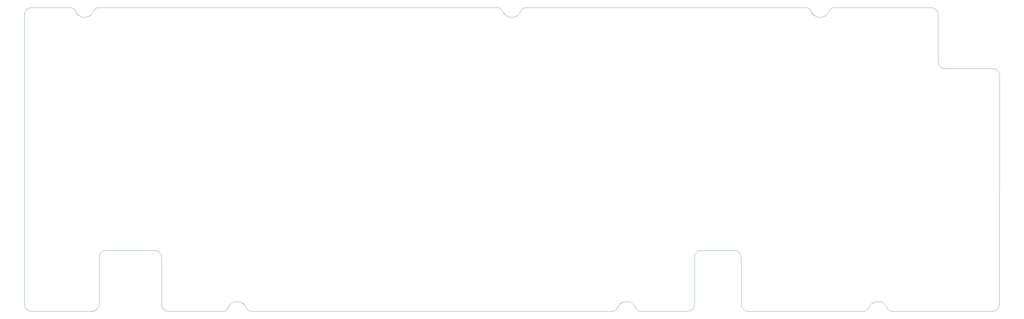
<source format=gbr>
G04 #@! TF.GenerationSoftware,KiCad,Pcbnew,(6.0.1)*
G04 #@! TF.CreationDate,2022-06-10T16:34:35-07:00*
G04 #@! TF.ProjectId,artemis-65,61727465-6d69-4732-9d36-352e6b696361,rev?*
G04 #@! TF.SameCoordinates,Original*
G04 #@! TF.FileFunction,Profile,NP*
%FSLAX46Y46*%
G04 Gerber Fmt 4.6, Leading zero omitted, Abs format (unit mm)*
G04 Created by KiCad (PCBNEW (6.0.1)) date 2022-06-10 16:34:35*
%MOMM*%
%LPD*%
G01*
G04 APERTURE LIST*
G04 #@! TA.AperFunction,Profile*
%ADD10C,0.050000*%
G04 #@! TD*
G04 APERTURE END LIST*
D10*
X193294000Y-111760000D02*
X208026000Y-111762223D01*
X24384000Y-109601000D02*
X24384000Y-94869000D01*
X305409600Y-109601000D02*
X305435000Y-38100000D01*
X70358000Y-110871000D02*
G75*
G03*
X64516000Y-110871000I-2921000J-889835D01*
G01*
X3177644Y-111757356D02*
X22225000Y-111760000D01*
X224790000Y-109601000D02*
G75*
G03*
X226949000Y-111760000I2158998J-2D01*
G01*
X24064631Y-16891000D02*
G75*
G03*
X22733000Y-17780000I1J-1441825D01*
G01*
X305435000Y-38100000D02*
G75*
G03*
X303276000Y-35941000I-2158998J2D01*
G01*
X226949000Y-111760000D02*
X263209369Y-111760000D01*
X71755000Y-111760000D02*
X184723369Y-111760000D01*
X43815000Y-94869000D02*
G75*
G03*
X41656000Y-92710000I-2158998J2D01*
G01*
X191897000Y-110871000D02*
G75*
G03*
X186055000Y-110871000I-2921000J-889835D01*
G01*
X22225000Y-111760000D02*
G75*
G03*
X24384000Y-109601000I2J2158998D01*
G01*
X184723369Y-111760000D02*
G75*
G03*
X186055000Y-110871000I-1J1441825D01*
G01*
X245110000Y-16891000D02*
X157414631Y-16891000D01*
X148844000Y-16891000D02*
X24064631Y-16891000D01*
X286257999Y-19050000D02*
G75*
G03*
X284099000Y-16888541I-2161461J-1D01*
G01*
X284099000Y-16888541D02*
X271714631Y-16886305D01*
X286260644Y-33779356D02*
X286258000Y-19050000D01*
X271714631Y-16886305D02*
X253680631Y-16891000D01*
X1018644Y-109598356D02*
X1018644Y-19052644D01*
X286260644Y-33779356D02*
G75*
G03*
X288419644Y-35938356I2158998J-2D01*
G01*
X263209369Y-111760000D02*
G75*
G03*
X264541000Y-110871000I-1J1441825D01*
G01*
X70358000Y-110871000D02*
G75*
G03*
X71755000Y-111760000I1396999J653141D01*
G01*
X270383000Y-110871000D02*
G75*
G03*
X264541000Y-110871000I-2921000J-889835D01*
G01*
X224790000Y-94869000D02*
X224790000Y-109601000D01*
X26543000Y-92710000D02*
G75*
G03*
X24384000Y-94869000I-2J-2158998D01*
G01*
X43817644Y-109598356D02*
G75*
G03*
X45976644Y-111757356I2158998J-2D01*
G01*
X271780000Y-111760000D02*
X303250600Y-111760000D01*
X3177644Y-16893644D02*
G75*
G03*
X1018644Y-19052644I-2J-2158998D01*
G01*
X224790000Y-94869000D02*
G75*
G03*
X222631000Y-92710000I-2158998J2D01*
G01*
X246507000Y-17780000D02*
G75*
G03*
X252349000Y-17780000I2921000J889835D01*
G01*
X63184369Y-111760000D02*
G75*
G03*
X64516000Y-110871000I-1J1441825D01*
G01*
X43815000Y-94869000D02*
X43817644Y-109598356D01*
X303276000Y-35941000D02*
X288419644Y-35938356D01*
X212344000Y-92710000D02*
X222631000Y-92710000D01*
X303250600Y-111760000D02*
G75*
G03*
X305409600Y-109601000I2J2158998D01*
G01*
X45976644Y-111757356D02*
X63184369Y-111760000D01*
X16891000Y-17780000D02*
G75*
G03*
X22733000Y-17780000I2921000J889835D01*
G01*
X208026000Y-111762223D02*
G75*
G03*
X210185000Y-109601000I-2224J2161223D01*
G01*
X253680631Y-16891000D02*
G75*
G03*
X252349000Y-17780000I1J-1441825D01*
G01*
X15494000Y-16891000D02*
X3177644Y-16893644D01*
X150241000Y-17780000D02*
G75*
G03*
X156083000Y-17780000I2921000J889835D01*
G01*
X1018644Y-109598356D02*
G75*
G03*
X3177644Y-111757356I2158998J-2D01*
G01*
X157414631Y-16891000D02*
G75*
G03*
X156083000Y-17780000I1J-1441825D01*
G01*
X246507000Y-17780000D02*
G75*
G03*
X245110000Y-16891000I-1396999J-653141D01*
G01*
X26543000Y-92710000D02*
X41656000Y-92710000D01*
X210185000Y-109601000D02*
X210185000Y-94869000D01*
X270383000Y-110871000D02*
G75*
G03*
X271780000Y-111760000I1396999J653141D01*
G01*
X150241000Y-17780000D02*
G75*
G03*
X148844000Y-16891000I-1396999J-653141D01*
G01*
X212344000Y-92710000D02*
G75*
G03*
X210185000Y-94869000I-2J-2158998D01*
G01*
X191897000Y-110871000D02*
G75*
G03*
X193294000Y-111760000I1396999J653141D01*
G01*
X16891000Y-17780000D02*
G75*
G03*
X15494000Y-16891000I-1396999J-653141D01*
G01*
M02*

</source>
